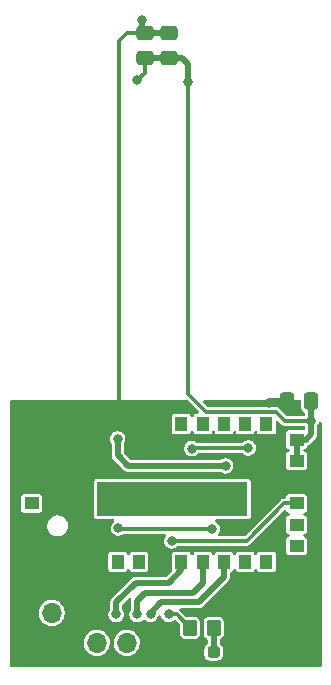
<source format=gtl>
G04 #@! TF.GenerationSoftware,KiCad,Pcbnew,6.0.10*
G04 #@! TF.CreationDate,2023-06-20T13:49:34-05:00*
G04 #@! TF.ProjectId,sensor_sigfox_2,73656e73-6f72-45f7-9369-67666f785f32,rev?*
G04 #@! TF.SameCoordinates,Original*
G04 #@! TF.FileFunction,Copper,L1,Top*
G04 #@! TF.FilePolarity,Positive*
%FSLAX46Y46*%
G04 Gerber Fmt 4.6, Leading zero omitted, Abs format (unit mm)*
G04 Created by KiCad (PCBNEW 6.0.10) date 2023-06-20 13:49:34*
%MOMM*%
%LPD*%
G01*
G04 APERTURE LIST*
G04 Aperture macros list*
%AMRoundRect*
0 Rectangle with rounded corners*
0 $1 Rounding radius*
0 $2 $3 $4 $5 $6 $7 $8 $9 X,Y pos of 4 corners*
0 Add a 4 corners polygon primitive as box body*
4,1,4,$2,$3,$4,$5,$6,$7,$8,$9,$2,$3,0*
0 Add four circle primitives for the rounded corners*
1,1,$1+$1,$2,$3*
1,1,$1+$1,$4,$5*
1,1,$1+$1,$6,$7*
1,1,$1+$1,$8,$9*
0 Add four rect primitives between the rounded corners*
20,1,$1+$1,$2,$3,$4,$5,0*
20,1,$1+$1,$4,$5,$6,$7,0*
20,1,$1+$1,$6,$7,$8,$9,0*
20,1,$1+$1,$8,$9,$2,$3,0*%
G04 Aperture macros list end*
G04 #@! TA.AperFunction,ComponentPad*
%ADD10R,1.700000X1.700000*%
G04 #@! TD*
G04 #@! TA.AperFunction,ComponentPad*
%ADD11O,1.700000X1.700000*%
G04 #@! TD*
G04 #@! TA.AperFunction,SMDPad,CuDef*
%ADD12RoundRect,0.250000X0.475000X-0.337500X0.475000X0.337500X-0.475000X0.337500X-0.475000X-0.337500X0*%
G04 #@! TD*
G04 #@! TA.AperFunction,SMDPad,CuDef*
%ADD13R,1.050000X1.250000*%
G04 #@! TD*
G04 #@! TA.AperFunction,SMDPad,CuDef*
%ADD14R,1.250000X1.050000*%
G04 #@! TD*
G04 #@! TA.AperFunction,SMDPad,CuDef*
%ADD15R,12.800000X2.880000*%
G04 #@! TD*
G04 #@! TA.AperFunction,SMDPad,CuDef*
%ADD16RoundRect,0.250000X0.337500X0.475000X-0.337500X0.475000X-0.337500X-0.475000X0.337500X-0.475000X0*%
G04 #@! TD*
G04 #@! TA.AperFunction,SMDPad,CuDef*
%ADD17RoundRect,0.237500X-0.287500X-0.237500X0.287500X-0.237500X0.287500X0.237500X-0.287500X0.237500X0*%
G04 #@! TD*
G04 #@! TA.AperFunction,SMDPad,CuDef*
%ADD18RoundRect,0.250000X-0.350000X-0.450000X0.350000X-0.450000X0.350000X0.450000X-0.350000X0.450000X0*%
G04 #@! TD*
G04 #@! TA.AperFunction,ViaPad*
%ADD19C,0.800000*%
G04 #@! TD*
G04 #@! TA.AperFunction,Conductor*
%ADD20C,0.300000*%
G04 #@! TD*
G04 #@! TA.AperFunction,Conductor*
%ADD21C,0.500000*%
G04 #@! TD*
G04 APERTURE END LIST*
D10*
X126746000Y-89662000D03*
D11*
X124206000Y-89662000D03*
X121666000Y-89662000D03*
D10*
X117856000Y-89662000D03*
D11*
X117856000Y-87122000D03*
D12*
X125730000Y-40132000D03*
X125730000Y-38057000D03*
X127762000Y-40132000D03*
X127762000Y-38057000D03*
D13*
X119844000Y-82804000D03*
X121644000Y-82804000D03*
X123444000Y-82804000D03*
X125244000Y-82804000D03*
X127044000Y-82804000D03*
X128844000Y-82804000D03*
X130644000Y-82804000D03*
X132444000Y-82804000D03*
X134244000Y-82804000D03*
X136044000Y-82804000D03*
D14*
X138590000Y-81448000D03*
X138590000Y-79648000D03*
X138590000Y-77848000D03*
X138590000Y-76048000D03*
X138590000Y-74248000D03*
X138590000Y-72448000D03*
D13*
X136044000Y-71132000D03*
X134244000Y-71132000D03*
X132444000Y-71132000D03*
X130644000Y-71132000D03*
X128844000Y-71132000D03*
X127044000Y-71132000D03*
X125244000Y-71132000D03*
X123444000Y-71132000D03*
X121644000Y-71132000D03*
X119844000Y-71132000D03*
X118044000Y-71132000D03*
D14*
X116158000Y-72448000D03*
X116158000Y-74248000D03*
X116158000Y-76048000D03*
X116158000Y-77848000D03*
X116158000Y-81448000D03*
D13*
X118044000Y-82804000D03*
D15*
X128071000Y-77495000D03*
D16*
X139827000Y-69215000D03*
X137752000Y-69215000D03*
D17*
X129822000Y-90424000D03*
X131572000Y-90424000D03*
D18*
X129572000Y-88392000D03*
X131572000Y-88392000D03*
D19*
X125730000Y-81026000D03*
X121412000Y-75184000D03*
X134620000Y-87630000D03*
X137160000Y-87630000D03*
X139700000Y-87630000D03*
X138430000Y-90170000D03*
X135890000Y-90170000D03*
X133350000Y-90170000D03*
X115570000Y-87630000D03*
X115570000Y-90170000D03*
X122428000Y-71374000D03*
X117729000Y-84328000D03*
X135636000Y-73152000D03*
X125476000Y-36957000D03*
X136271000Y-69342000D03*
X119253000Y-84328000D03*
X120142000Y-76327000D03*
X140208000Y-73533000D03*
X123571000Y-69850000D03*
X123507500Y-79946500D03*
X131445000Y-80010000D03*
X129727000Y-73212000D03*
X134493000Y-73152000D03*
X123444000Y-72390000D03*
X132588000Y-74676000D03*
X139827000Y-70866000D03*
X129413000Y-42164000D03*
X125095000Y-42037000D03*
X126238000Y-87249000D03*
X125095000Y-87249000D03*
X123317000Y-87249000D03*
X128016000Y-81026000D03*
X127762000Y-87249000D03*
D20*
X123571000Y-38735000D02*
X123571000Y-69850000D01*
D21*
X129822000Y-90424000D02*
X127508000Y-90424000D01*
X125730000Y-38057000D02*
X127762000Y-38057000D01*
D20*
X124249000Y-38057000D02*
X123571000Y-38735000D01*
D21*
X127508000Y-90424000D02*
X126746000Y-89662000D01*
X136398000Y-69215000D02*
X136271000Y-69342000D01*
X125476000Y-36957000D02*
X125476000Y-37803000D01*
X137752000Y-69215000D02*
X136398000Y-69215000D01*
D20*
X125730000Y-38057000D02*
X124249000Y-38057000D01*
D21*
X125476000Y-37803000D02*
X125730000Y-38057000D01*
D20*
X123571000Y-80010000D02*
X123507500Y-79946500D01*
X131445000Y-80010000D02*
X123571000Y-80010000D01*
X134493000Y-73152000D02*
X129787000Y-73152000D01*
X129787000Y-73152000D02*
X129727000Y-73212000D01*
D21*
X131572000Y-90424000D02*
X131572000Y-88392000D01*
X124333000Y-74676000D02*
X123444000Y-73787000D01*
X132588000Y-74676000D02*
X124333000Y-74676000D01*
X123444000Y-73787000D02*
X123444000Y-72390000D01*
D20*
X130937000Y-70104000D02*
X129413000Y-68580000D01*
X125730000Y-41402000D02*
X125095000Y-42037000D01*
D21*
X139827000Y-72009000D02*
X139827000Y-70866000D01*
X138590000Y-74248000D02*
X138590000Y-72448000D01*
D20*
X137628000Y-70866000D02*
X136866000Y-70104000D01*
D21*
X129413000Y-40640000D02*
X128905000Y-40132000D01*
D20*
X129413000Y-68580000D02*
X129413000Y-68072000D01*
X129413000Y-42164000D02*
X129413000Y-68072000D01*
D21*
X139388000Y-72448000D02*
X139827000Y-72009000D01*
D20*
X136866000Y-70104000D02*
X130937000Y-70104000D01*
X139827000Y-70866000D02*
X137628000Y-70866000D01*
D21*
X129413000Y-42164000D02*
X129413000Y-40640000D01*
X138590000Y-72448000D02*
X139388000Y-72448000D01*
D20*
X125730000Y-40132000D02*
X125730000Y-41402000D01*
D21*
X139827000Y-70866000D02*
X139827000Y-69215000D01*
X128905000Y-40132000D02*
X125730000Y-40132000D01*
X127127000Y-86233000D02*
X126238000Y-87122000D01*
X132444000Y-84091000D02*
X130302000Y-86233000D01*
X130302000Y-86233000D02*
X127127000Y-86233000D01*
X132444000Y-82804000D02*
X132444000Y-84091000D01*
X126238000Y-87122000D02*
X126238000Y-87249000D01*
X125095000Y-86106000D02*
X125095000Y-87249000D01*
X130644000Y-82804000D02*
X130644000Y-84621000D01*
X129794000Y-85471000D02*
X125730000Y-85471000D01*
X130644000Y-84621000D02*
X129794000Y-85471000D01*
X125730000Y-85471000D02*
X125095000Y-86106000D01*
X127762000Y-84582000D02*
X124968000Y-84582000D01*
X124968000Y-84582000D02*
X123317000Y-86233000D01*
X123317000Y-86233000D02*
X123317000Y-87249000D01*
X128844000Y-83500000D02*
X127762000Y-84582000D01*
X128844000Y-82804000D02*
X128844000Y-83500000D01*
D20*
X137544000Y-77848000D02*
X138590000Y-77848000D01*
X128016000Y-81026000D02*
X134366000Y-81026000D01*
X134366000Y-81026000D02*
X137544000Y-77848000D01*
X127762000Y-87249000D02*
X128429000Y-87249000D01*
X128429000Y-87249000D02*
X129572000Y-88392000D01*
G04 #@! TA.AperFunction,Conductor*
G36*
X129364881Y-69108002D02*
G01*
X129385851Y-69124901D01*
X130298358Y-70037408D01*
X130332382Y-70099718D01*
X130327318Y-70170533D01*
X130284771Y-70227369D01*
X130218251Y-70252180D01*
X130209262Y-70252501D01*
X130093934Y-70252501D01*
X130058182Y-70259612D01*
X130031874Y-70264844D01*
X130031872Y-70264845D01*
X130019699Y-70267266D01*
X130009379Y-70274161D01*
X130009378Y-70274162D01*
X129948985Y-70314516D01*
X129935516Y-70323516D01*
X129879266Y-70407699D01*
X129876845Y-70419871D01*
X129867578Y-70466458D01*
X129834670Y-70529367D01*
X129772975Y-70564499D01*
X129702080Y-70560699D01*
X129644494Y-70519173D01*
X129620420Y-70466455D01*
X129608734Y-70407699D01*
X129552484Y-70323516D01*
X129468301Y-70267266D01*
X129394067Y-70252500D01*
X128844089Y-70252500D01*
X128293934Y-70252501D01*
X128258182Y-70259612D01*
X128231874Y-70264844D01*
X128231872Y-70264845D01*
X128219699Y-70267266D01*
X128209379Y-70274161D01*
X128209378Y-70274162D01*
X128148985Y-70314516D01*
X128135516Y-70323516D01*
X128079266Y-70407699D01*
X128064500Y-70481933D01*
X128064501Y-71782066D01*
X128067579Y-71797542D01*
X128075203Y-71835872D01*
X128079266Y-71856301D01*
X128135516Y-71940484D01*
X128219699Y-71996734D01*
X128293933Y-72011500D01*
X128843911Y-72011500D01*
X129394066Y-72011499D01*
X129429818Y-72004388D01*
X129456126Y-71999156D01*
X129456128Y-71999155D01*
X129468301Y-71996734D01*
X129478621Y-71989839D01*
X129478622Y-71989838D01*
X129542168Y-71947377D01*
X129552484Y-71940484D01*
X129608734Y-71856301D01*
X129615715Y-71821203D01*
X129620422Y-71797542D01*
X129653330Y-71734633D01*
X129715025Y-71699501D01*
X129785920Y-71703301D01*
X129843506Y-71744827D01*
X129867579Y-71797542D01*
X129879266Y-71856301D01*
X129935516Y-71940484D01*
X130019699Y-71996734D01*
X130093933Y-72011500D01*
X130643911Y-72011500D01*
X131194066Y-72011499D01*
X131229818Y-72004388D01*
X131256126Y-71999156D01*
X131256128Y-71999155D01*
X131268301Y-71996734D01*
X131278621Y-71989839D01*
X131278622Y-71989838D01*
X131342168Y-71947377D01*
X131352484Y-71940484D01*
X131408734Y-71856301D01*
X131415715Y-71821203D01*
X131420422Y-71797542D01*
X131453330Y-71734633D01*
X131515025Y-71699501D01*
X131585920Y-71703301D01*
X131643506Y-71744827D01*
X131667579Y-71797542D01*
X131679266Y-71856301D01*
X131735516Y-71940484D01*
X131819699Y-71996734D01*
X131893933Y-72011500D01*
X132443911Y-72011500D01*
X132994066Y-72011499D01*
X133029818Y-72004388D01*
X133056126Y-71999156D01*
X133056128Y-71999155D01*
X133068301Y-71996734D01*
X133078621Y-71989839D01*
X133078622Y-71989838D01*
X133142168Y-71947377D01*
X133152484Y-71940484D01*
X133208734Y-71856301D01*
X133215715Y-71821203D01*
X133220422Y-71797542D01*
X133253330Y-71734633D01*
X133315025Y-71699501D01*
X133385920Y-71703301D01*
X133443506Y-71744827D01*
X133467579Y-71797542D01*
X133479266Y-71856301D01*
X133535516Y-71940484D01*
X133619699Y-71996734D01*
X133693933Y-72011500D01*
X134243911Y-72011500D01*
X134794066Y-72011499D01*
X134829818Y-72004388D01*
X134856126Y-71999156D01*
X134856128Y-71999155D01*
X134868301Y-71996734D01*
X134878621Y-71989839D01*
X134878622Y-71989838D01*
X134942168Y-71947377D01*
X134952484Y-71940484D01*
X135008734Y-71856301D01*
X135015715Y-71821203D01*
X135020422Y-71797542D01*
X135053330Y-71734633D01*
X135115025Y-71699501D01*
X135185920Y-71703301D01*
X135243506Y-71744827D01*
X135267579Y-71797542D01*
X135279266Y-71856301D01*
X135335516Y-71940484D01*
X135419699Y-71996734D01*
X135493933Y-72011500D01*
X136043911Y-72011500D01*
X136594066Y-72011499D01*
X136629818Y-72004388D01*
X136656126Y-71999156D01*
X136656128Y-71999155D01*
X136668301Y-71996734D01*
X136678621Y-71989839D01*
X136678622Y-71989838D01*
X136742168Y-71947377D01*
X136752484Y-71940484D01*
X136808734Y-71856301D01*
X136823500Y-71782067D01*
X136823499Y-70937739D01*
X136843501Y-70869619D01*
X136897157Y-70823126D01*
X136967431Y-70813022D01*
X137032011Y-70842515D01*
X137038594Y-70848644D01*
X137211733Y-71021782D01*
X137387277Y-71197326D01*
X137396108Y-71201826D01*
X137396110Y-71201827D01*
X137401780Y-71204716D01*
X137407160Y-71207457D01*
X137424013Y-71217784D01*
X137442071Y-71230905D01*
X137463295Y-71237801D01*
X137481561Y-71245366D01*
X137501445Y-71255498D01*
X137511238Y-71257049D01*
X137523487Y-71258989D01*
X137542713Y-71263605D01*
X137554500Y-71267435D01*
X137554502Y-71267435D01*
X137563934Y-71270500D01*
X139196500Y-71270500D01*
X139264621Y-71290502D01*
X139311114Y-71344158D01*
X139322500Y-71396500D01*
X139322500Y-71542500D01*
X139302498Y-71610621D01*
X139248842Y-71657114D01*
X139196500Y-71668500D01*
X138101654Y-71668501D01*
X137939934Y-71668501D01*
X137904182Y-71675612D01*
X137877874Y-71680844D01*
X137877872Y-71680845D01*
X137865699Y-71683266D01*
X137855379Y-71690161D01*
X137855378Y-71690162D01*
X137841402Y-71699501D01*
X137781516Y-71739516D01*
X137725266Y-71823699D01*
X137710500Y-71897933D01*
X137710501Y-72998066D01*
X137725266Y-73072301D01*
X137781516Y-73156484D01*
X137865699Y-73212734D01*
X137900797Y-73219715D01*
X137924458Y-73224422D01*
X137987367Y-73257330D01*
X138022499Y-73319025D01*
X138018699Y-73389920D01*
X137977173Y-73447506D01*
X137924456Y-73471579D01*
X137865699Y-73483266D01*
X137855379Y-73490161D01*
X137855378Y-73490162D01*
X137834392Y-73504185D01*
X137781516Y-73539516D01*
X137725266Y-73623699D01*
X137710500Y-73697933D01*
X137710501Y-74798066D01*
X137725266Y-74872301D01*
X137781516Y-74956484D01*
X137865699Y-75012734D01*
X137939933Y-75027500D01*
X138589894Y-75027500D01*
X139240066Y-75027499D01*
X139275818Y-75020388D01*
X139302126Y-75015156D01*
X139302128Y-75015155D01*
X139314301Y-75012734D01*
X139324621Y-75005839D01*
X139324622Y-75005838D01*
X139388168Y-74963377D01*
X139398484Y-74956484D01*
X139454734Y-74872301D01*
X139469500Y-74798067D01*
X139469499Y-73697934D01*
X139454734Y-73623699D01*
X139444895Y-73608973D01*
X139405377Y-73549832D01*
X139398484Y-73539516D01*
X139314301Y-73483266D01*
X139276757Y-73475798D01*
X139255542Y-73471578D01*
X139192633Y-73438670D01*
X139157501Y-73376975D01*
X139161301Y-73306080D01*
X139202827Y-73248494D01*
X139255544Y-73224421D01*
X139314301Y-73212734D01*
X139324621Y-73205839D01*
X139324622Y-73205838D01*
X139388168Y-73163377D01*
X139398484Y-73156484D01*
X139454734Y-73072301D01*
X139464085Y-73025291D01*
X139496993Y-72962381D01*
X139535512Y-72935173D01*
X139573772Y-72917778D01*
X139583128Y-72913970D01*
X139618837Y-72901078D01*
X139618840Y-72901076D01*
X139627284Y-72898028D01*
X139634533Y-72892732D01*
X139637490Y-72891160D01*
X139651614Y-72882907D01*
X139654437Y-72881102D01*
X139662605Y-72877388D01*
X139669402Y-72871531D01*
X139669404Y-72871530D01*
X139690155Y-72853649D01*
X139698158Y-72846753D01*
X139706064Y-72840475D01*
X139716944Y-72832527D01*
X139727806Y-72821665D01*
X139734653Y-72815307D01*
X139765282Y-72788915D01*
X139772082Y-72783056D01*
X139776966Y-72775521D01*
X139782699Y-72768949D01*
X139791926Y-72757545D01*
X140133794Y-72415677D01*
X140143234Y-72408135D01*
X140142911Y-72407755D01*
X140149747Y-72401937D01*
X140157339Y-72397147D01*
X140192672Y-72357140D01*
X140198017Y-72351454D01*
X140209351Y-72340120D01*
X140212038Y-72336534D01*
X140212043Y-72336529D01*
X140215557Y-72331841D01*
X140221938Y-72324003D01*
X140247058Y-72295559D01*
X140253001Y-72288830D01*
X140256816Y-72280705D01*
X140258669Y-72277884D01*
X140267077Y-72263888D01*
X140268686Y-72260950D01*
X140274071Y-72253764D01*
X140279129Y-72240273D01*
X140290544Y-72209822D01*
X140294471Y-72200501D01*
X140310602Y-72166144D01*
X140310602Y-72166143D01*
X140314417Y-72158018D01*
X140315798Y-72149147D01*
X140316783Y-72145925D01*
X140320923Y-72130142D01*
X140321645Y-72126858D01*
X140324798Y-72118448D01*
X140328276Y-72071643D01*
X140329430Y-72061595D01*
X140330751Y-72053114D01*
X140330751Y-72053113D01*
X140331500Y-72048303D01*
X140331500Y-72032934D01*
X140331847Y-72023596D01*
X140334843Y-71983284D01*
X140334843Y-71983283D01*
X140335508Y-71974333D01*
X140333635Y-71965558D01*
X140333043Y-71956874D01*
X140331500Y-71942258D01*
X140331500Y-71326144D01*
X140355176Y-71252620D01*
X140404755Y-71183624D01*
X140463842Y-71036641D01*
X140465257Y-71026699D01*
X140465995Y-71025076D01*
X140466878Y-71021782D01*
X140467427Y-71021929D01*
X140494657Y-70962076D01*
X140554328Y-70923606D01*
X140625324Y-70923504D01*
X140685106Y-70961802D01*
X140714692Y-71026340D01*
X140716000Y-71044451D01*
X140716000Y-91567500D01*
X140695998Y-91635621D01*
X140642342Y-91682114D01*
X140590000Y-91693500D01*
X114426000Y-91693500D01*
X114357879Y-91673498D01*
X114311386Y-91619842D01*
X114300000Y-91567500D01*
X114300000Y-89632964D01*
X120557148Y-89632964D01*
X120570424Y-89835522D01*
X120571845Y-89841118D01*
X120571846Y-89841123D01*
X120601074Y-89956205D01*
X120620392Y-90032269D01*
X120622809Y-90037512D01*
X120660010Y-90118208D01*
X120705377Y-90216616D01*
X120822533Y-90382389D01*
X120967938Y-90524035D01*
X121136720Y-90636812D01*
X121142023Y-90639090D01*
X121142026Y-90639092D01*
X121317921Y-90714662D01*
X121323228Y-90716942D01*
X121396244Y-90733464D01*
X121515579Y-90760467D01*
X121515584Y-90760468D01*
X121521216Y-90761742D01*
X121526987Y-90761969D01*
X121526989Y-90761969D01*
X121586756Y-90764317D01*
X121724053Y-90769712D01*
X121824499Y-90755148D01*
X121919231Y-90741413D01*
X121919236Y-90741412D01*
X121924945Y-90740584D01*
X121930409Y-90738729D01*
X121930414Y-90738728D01*
X122111693Y-90677192D01*
X122111698Y-90677190D01*
X122117165Y-90675334D01*
X122294276Y-90576147D01*
X122356934Y-90524035D01*
X122445913Y-90450031D01*
X122450345Y-90446345D01*
X122580147Y-90290276D01*
X122679334Y-90113165D01*
X122681190Y-90107698D01*
X122681192Y-90107693D01*
X122742728Y-89926414D01*
X122742729Y-89926409D01*
X122744584Y-89920945D01*
X122745412Y-89915236D01*
X122745413Y-89915231D01*
X122773179Y-89723727D01*
X122773712Y-89720053D01*
X122775232Y-89662000D01*
X122772564Y-89632964D01*
X123097148Y-89632964D01*
X123110424Y-89835522D01*
X123111845Y-89841118D01*
X123111846Y-89841123D01*
X123141074Y-89956205D01*
X123160392Y-90032269D01*
X123162809Y-90037512D01*
X123200010Y-90118208D01*
X123245377Y-90216616D01*
X123362533Y-90382389D01*
X123507938Y-90524035D01*
X123676720Y-90636812D01*
X123682023Y-90639090D01*
X123682026Y-90639092D01*
X123857921Y-90714662D01*
X123863228Y-90716942D01*
X123936244Y-90733464D01*
X124055579Y-90760467D01*
X124055584Y-90760468D01*
X124061216Y-90761742D01*
X124066987Y-90761969D01*
X124066989Y-90761969D01*
X124126756Y-90764317D01*
X124264053Y-90769712D01*
X124364499Y-90755148D01*
X124459231Y-90741413D01*
X124459236Y-90741412D01*
X124464945Y-90740584D01*
X124470409Y-90738729D01*
X124470414Y-90738728D01*
X124651693Y-90677192D01*
X124651698Y-90677190D01*
X124657165Y-90675334D01*
X124834276Y-90576147D01*
X124896934Y-90524035D01*
X124985913Y-90450031D01*
X124990345Y-90446345D01*
X125120147Y-90290276D01*
X125219334Y-90113165D01*
X125221190Y-90107698D01*
X125221192Y-90107693D01*
X125282728Y-89926414D01*
X125282729Y-89926409D01*
X125284584Y-89920945D01*
X125285412Y-89915236D01*
X125285413Y-89915231D01*
X125313179Y-89723727D01*
X125313712Y-89720053D01*
X125315232Y-89662000D01*
X125296658Y-89459859D01*
X125295090Y-89454299D01*
X125243125Y-89270046D01*
X125243124Y-89270044D01*
X125241557Y-89264487D01*
X125230978Y-89243033D01*
X125154331Y-89087609D01*
X125151776Y-89082428D01*
X125030320Y-88919779D01*
X124881258Y-88781987D01*
X124876375Y-88778906D01*
X124876371Y-88778903D01*
X124714464Y-88676748D01*
X124709581Y-88673667D01*
X124521039Y-88598446D01*
X124515379Y-88597320D01*
X124515375Y-88597319D01*
X124327613Y-88559971D01*
X124327610Y-88559971D01*
X124321946Y-88558844D01*
X124316171Y-88558768D01*
X124316167Y-88558768D01*
X124214793Y-88557441D01*
X124118971Y-88556187D01*
X124113274Y-88557166D01*
X124113273Y-88557166D01*
X123924607Y-88589585D01*
X123918910Y-88590564D01*
X123728463Y-88660824D01*
X123554010Y-88764612D01*
X123549670Y-88768418D01*
X123549666Y-88768421D01*
X123529723Y-88785911D01*
X123401392Y-88898455D01*
X123275720Y-89057869D01*
X123273031Y-89062980D01*
X123273029Y-89062983D01*
X123260517Y-89086764D01*
X123181203Y-89237515D01*
X123121007Y-89431378D01*
X123097148Y-89632964D01*
X122772564Y-89632964D01*
X122756658Y-89459859D01*
X122755090Y-89454299D01*
X122703125Y-89270046D01*
X122703124Y-89270044D01*
X122701557Y-89264487D01*
X122690978Y-89243033D01*
X122614331Y-89087609D01*
X122611776Y-89082428D01*
X122490320Y-88919779D01*
X122341258Y-88781987D01*
X122336375Y-88778906D01*
X122336371Y-88778903D01*
X122174464Y-88676748D01*
X122169581Y-88673667D01*
X121981039Y-88598446D01*
X121975379Y-88597320D01*
X121975375Y-88597319D01*
X121787613Y-88559971D01*
X121787610Y-88559971D01*
X121781946Y-88558844D01*
X121776171Y-88558768D01*
X121776167Y-88558768D01*
X121674793Y-88557441D01*
X121578971Y-88556187D01*
X121573274Y-88557166D01*
X121573273Y-88557166D01*
X121384607Y-88589585D01*
X121378910Y-88590564D01*
X121188463Y-88660824D01*
X121014010Y-88764612D01*
X121009670Y-88768418D01*
X121009666Y-88768421D01*
X120989723Y-88785911D01*
X120861392Y-88898455D01*
X120735720Y-89057869D01*
X120733031Y-89062980D01*
X120733029Y-89062983D01*
X120720517Y-89086764D01*
X120641203Y-89237515D01*
X120581007Y-89431378D01*
X120557148Y-89632964D01*
X114300000Y-89632964D01*
X114300000Y-87092964D01*
X116747148Y-87092964D01*
X116760424Y-87295522D01*
X116761845Y-87301118D01*
X116761846Y-87301123D01*
X116793738Y-87426695D01*
X116810392Y-87492269D01*
X116812809Y-87497512D01*
X116847953Y-87573745D01*
X116895377Y-87676616D01*
X116911856Y-87699933D01*
X117000355Y-87825157D01*
X117012533Y-87842389D01*
X117016675Y-87846424D01*
X117032673Y-87862008D01*
X117157938Y-87984035D01*
X117326720Y-88096812D01*
X117332023Y-88099090D01*
X117332026Y-88099092D01*
X117420707Y-88137192D01*
X117513228Y-88176942D01*
X117586244Y-88193464D01*
X117705579Y-88220467D01*
X117705584Y-88220468D01*
X117711216Y-88221742D01*
X117716987Y-88221969D01*
X117716989Y-88221969D01*
X117776756Y-88224317D01*
X117914053Y-88229712D01*
X118014499Y-88215148D01*
X118109231Y-88201413D01*
X118109236Y-88201412D01*
X118114945Y-88200584D01*
X118120409Y-88198729D01*
X118120414Y-88198728D01*
X118301693Y-88137192D01*
X118301698Y-88137190D01*
X118307165Y-88135334D01*
X118484276Y-88036147D01*
X118546934Y-87984035D01*
X118635913Y-87910031D01*
X118640345Y-87906345D01*
X118697463Y-87837669D01*
X118766453Y-87754718D01*
X118766455Y-87754715D01*
X118770147Y-87750276D01*
X118829845Y-87643677D01*
X118866510Y-87578208D01*
X118866511Y-87578206D01*
X118869334Y-87573165D01*
X118871190Y-87567698D01*
X118871192Y-87567693D01*
X118932728Y-87386414D01*
X118932729Y-87386409D01*
X118934584Y-87380945D01*
X118935412Y-87375236D01*
X118935413Y-87375231D01*
X118954716Y-87242096D01*
X122657729Y-87242096D01*
X122664246Y-87301123D01*
X122673059Y-87380945D01*
X122675113Y-87399553D01*
X122677723Y-87406684D01*
X122677723Y-87406686D01*
X122711985Y-87500311D01*
X122729553Y-87548319D01*
X122733789Y-87554622D01*
X122733789Y-87554623D01*
X122812241Y-87671371D01*
X122817908Y-87679805D01*
X122823527Y-87684918D01*
X122823528Y-87684919D01*
X122889811Y-87745231D01*
X122935076Y-87786419D01*
X123074293Y-87862008D01*
X123227522Y-87902207D01*
X123311477Y-87903526D01*
X123378319Y-87904576D01*
X123378322Y-87904576D01*
X123385916Y-87904695D01*
X123540332Y-87869329D01*
X123628159Y-87825157D01*
X123675072Y-87801563D01*
X123675075Y-87801561D01*
X123681855Y-87798151D01*
X123687626Y-87793222D01*
X123687629Y-87793220D01*
X123796536Y-87700204D01*
X123796536Y-87700203D01*
X123802314Y-87695269D01*
X123894755Y-87566624D01*
X123953842Y-87419641D01*
X123976162Y-87262807D01*
X123976307Y-87249000D01*
X123957276Y-87091733D01*
X123901280Y-86943546D01*
X123865426Y-86891378D01*
X123843660Y-86859708D01*
X123821500Y-86788341D01*
X123821500Y-86494161D01*
X123841502Y-86426040D01*
X123858405Y-86405066D01*
X124387274Y-85876197D01*
X124449586Y-85842171D01*
X124520401Y-85847236D01*
X124577237Y-85889783D01*
X124602048Y-85956303D01*
X124599586Y-85990194D01*
X124597202Y-85996552D01*
X124595670Y-86017166D01*
X124593724Y-86043357D01*
X124592570Y-86053404D01*
X124591452Y-86060586D01*
X124590500Y-86066697D01*
X124590500Y-86082062D01*
X124590154Y-86091399D01*
X124586493Y-86140667D01*
X124588366Y-86149442D01*
X124588959Y-86158138D01*
X124590500Y-86172738D01*
X124590500Y-86788676D01*
X124567587Y-86861126D01*
X124513950Y-86937444D01*
X124456406Y-87085037D01*
X124435729Y-87242096D01*
X124442246Y-87301123D01*
X124451059Y-87380945D01*
X124453113Y-87399553D01*
X124455723Y-87406684D01*
X124455723Y-87406686D01*
X124489985Y-87500311D01*
X124507553Y-87548319D01*
X124511789Y-87554622D01*
X124511789Y-87554623D01*
X124590241Y-87671371D01*
X124595908Y-87679805D01*
X124601527Y-87684918D01*
X124601528Y-87684919D01*
X124667811Y-87745231D01*
X124713076Y-87786419D01*
X124852293Y-87862008D01*
X125005522Y-87902207D01*
X125089477Y-87903526D01*
X125156319Y-87904576D01*
X125156322Y-87904576D01*
X125163916Y-87904695D01*
X125318332Y-87869329D01*
X125406159Y-87825157D01*
X125453072Y-87801563D01*
X125453075Y-87801561D01*
X125459855Y-87798151D01*
X125465626Y-87793222D01*
X125465629Y-87793220D01*
X125574536Y-87700204D01*
X125574536Y-87700203D01*
X125580314Y-87695269D01*
X125581068Y-87696152D01*
X125635617Y-87663327D01*
X125706583Y-87665420D01*
X125752335Y-87692023D01*
X125816355Y-87750276D01*
X125856076Y-87786419D01*
X125995293Y-87862008D01*
X126148522Y-87902207D01*
X126232477Y-87903526D01*
X126299319Y-87904576D01*
X126299322Y-87904576D01*
X126306916Y-87904695D01*
X126461332Y-87869329D01*
X126549159Y-87825157D01*
X126596072Y-87801563D01*
X126596075Y-87801561D01*
X126602855Y-87798151D01*
X126608626Y-87793222D01*
X126608629Y-87793220D01*
X126717536Y-87700204D01*
X126717536Y-87700203D01*
X126723314Y-87695269D01*
X126815755Y-87566624D01*
X126874842Y-87419641D01*
X126875913Y-87412114D01*
X126877878Y-87404782D01*
X126880516Y-87405489D01*
X126904592Y-87352572D01*
X126964263Y-87314103D01*
X127035260Y-87314003D01*
X127095040Y-87352302D01*
X127119356Y-87399830D01*
X127120113Y-87399553D01*
X127122027Y-87404782D01*
X127122723Y-87406685D01*
X127153863Y-87491779D01*
X127174553Y-87548319D01*
X127178789Y-87554622D01*
X127178789Y-87554623D01*
X127257241Y-87671371D01*
X127262908Y-87679805D01*
X127268527Y-87684918D01*
X127268528Y-87684919D01*
X127334811Y-87745231D01*
X127380076Y-87786419D01*
X127519293Y-87862008D01*
X127672522Y-87902207D01*
X127756477Y-87903526D01*
X127823319Y-87904576D01*
X127823322Y-87904576D01*
X127830916Y-87904695D01*
X127985332Y-87869329D01*
X128073159Y-87825157D01*
X128120072Y-87801563D01*
X128120075Y-87801561D01*
X128126855Y-87798151D01*
X128132628Y-87793220D01*
X128132633Y-87793217D01*
X128188901Y-87745160D01*
X128253691Y-87716129D01*
X128323891Y-87726734D01*
X128359826Y-87751876D01*
X128680595Y-88072645D01*
X128714621Y-88134957D01*
X128717500Y-88161740D01*
X128717500Y-88889756D01*
X128724202Y-88951448D01*
X128774929Y-89086764D01*
X128780309Y-89093943D01*
X128780311Y-89093946D01*
X128846287Y-89181977D01*
X128861596Y-89202404D01*
X128868776Y-89207785D01*
X128970054Y-89283689D01*
X128970057Y-89283691D01*
X128977236Y-89289071D01*
X129066954Y-89322704D01*
X129105157Y-89337026D01*
X129105159Y-89337026D01*
X129112552Y-89339798D01*
X129120402Y-89340651D01*
X129120403Y-89340651D01*
X129170847Y-89346131D01*
X129174244Y-89346500D01*
X129969756Y-89346500D01*
X129973153Y-89346131D01*
X130023597Y-89340651D01*
X130023598Y-89340651D01*
X130031448Y-89339798D01*
X130038841Y-89337026D01*
X130038843Y-89337026D01*
X130077046Y-89322704D01*
X130166764Y-89289071D01*
X130173943Y-89283691D01*
X130173946Y-89283689D01*
X130275224Y-89207785D01*
X130282404Y-89202404D01*
X130297713Y-89181977D01*
X130363689Y-89093946D01*
X130363691Y-89093943D01*
X130369071Y-89086764D01*
X130419798Y-88951448D01*
X130426500Y-88889756D01*
X130717500Y-88889756D01*
X130724202Y-88951448D01*
X130774929Y-89086764D01*
X130780309Y-89093943D01*
X130780311Y-89093946D01*
X130846287Y-89181977D01*
X130861596Y-89202404D01*
X130868776Y-89207785D01*
X130970054Y-89283689D01*
X130970057Y-89283691D01*
X130977236Y-89289071D01*
X130985638Y-89292221D01*
X130985642Y-89292223D01*
X130985731Y-89292256D01*
X130985806Y-89292313D01*
X130993515Y-89296533D01*
X130992906Y-89297646D01*
X131042495Y-89334898D01*
X131067194Y-89401460D01*
X131067500Y-89410237D01*
X131067500Y-89671217D01*
X131047498Y-89739338D01*
X131017064Y-89772044D01*
X130933026Y-89835026D01*
X130848507Y-89947801D01*
X130799036Y-90079764D01*
X130792500Y-90139930D01*
X130792500Y-90708070D01*
X130799036Y-90768236D01*
X130848507Y-90900199D01*
X130933026Y-91012974D01*
X131045801Y-91097493D01*
X131054202Y-91100643D01*
X131054205Y-91100644D01*
X131132613Y-91130037D01*
X131177764Y-91146964D01*
X131237930Y-91153500D01*
X131906070Y-91153500D01*
X131966236Y-91146964D01*
X132011387Y-91130037D01*
X132089795Y-91100644D01*
X132089798Y-91100643D01*
X132098199Y-91097493D01*
X132210974Y-91012974D01*
X132295493Y-90900199D01*
X132344964Y-90768236D01*
X132351500Y-90708070D01*
X132351500Y-90139930D01*
X132344964Y-90079764D01*
X132295493Y-89947801D01*
X132210974Y-89835026D01*
X132126936Y-89772044D01*
X132084420Y-89715185D01*
X132076500Y-89671217D01*
X132076500Y-89410237D01*
X132096502Y-89342116D01*
X132150158Y-89295623D01*
X132158269Y-89292256D01*
X132158358Y-89292223D01*
X132158362Y-89292221D01*
X132166764Y-89289071D01*
X132173943Y-89283691D01*
X132173946Y-89283689D01*
X132275224Y-89207785D01*
X132282404Y-89202404D01*
X132297713Y-89181977D01*
X132363689Y-89093946D01*
X132363691Y-89093943D01*
X132369071Y-89086764D01*
X132419798Y-88951448D01*
X132426500Y-88889756D01*
X132426500Y-87894244D01*
X132426131Y-87890847D01*
X132420651Y-87840403D01*
X132420651Y-87840402D01*
X132419798Y-87832552D01*
X132369071Y-87697236D01*
X132363691Y-87690057D01*
X132363689Y-87690054D01*
X132287785Y-87588776D01*
X132282404Y-87581596D01*
X132246414Y-87554623D01*
X132173946Y-87500311D01*
X132173943Y-87500309D01*
X132166764Y-87494929D01*
X132077046Y-87461296D01*
X132038843Y-87446974D01*
X132038841Y-87446974D01*
X132031448Y-87444202D01*
X132023598Y-87443349D01*
X132023597Y-87443349D01*
X131973153Y-87437869D01*
X131973152Y-87437869D01*
X131969756Y-87437500D01*
X131174244Y-87437500D01*
X131170848Y-87437869D01*
X131170847Y-87437869D01*
X131120403Y-87443349D01*
X131120402Y-87443349D01*
X131112552Y-87444202D01*
X131105159Y-87446974D01*
X131105157Y-87446974D01*
X131066954Y-87461296D01*
X130977236Y-87494929D01*
X130970057Y-87500309D01*
X130970054Y-87500311D01*
X130897586Y-87554623D01*
X130861596Y-87581596D01*
X130856215Y-87588776D01*
X130780311Y-87690054D01*
X130780309Y-87690057D01*
X130774929Y-87697236D01*
X130724202Y-87832552D01*
X130723349Y-87840402D01*
X130723349Y-87840403D01*
X130717869Y-87890847D01*
X130717500Y-87894244D01*
X130717500Y-88889756D01*
X130426500Y-88889756D01*
X130426500Y-87894244D01*
X130426131Y-87890847D01*
X130420651Y-87840403D01*
X130420651Y-87840402D01*
X130419798Y-87832552D01*
X130369071Y-87697236D01*
X130363691Y-87690057D01*
X130363689Y-87690054D01*
X130287785Y-87588776D01*
X130282404Y-87581596D01*
X130246414Y-87554623D01*
X130173946Y-87500311D01*
X130173943Y-87500309D01*
X130166764Y-87494929D01*
X130077046Y-87461296D01*
X130038843Y-87446974D01*
X130038841Y-87446974D01*
X130031448Y-87444202D01*
X130023598Y-87443349D01*
X130023597Y-87443349D01*
X129973153Y-87437869D01*
X129973152Y-87437869D01*
X129969756Y-87437500D01*
X129241740Y-87437500D01*
X129173619Y-87417498D01*
X129152645Y-87400595D01*
X128704645Y-86952595D01*
X128670619Y-86890283D01*
X128675684Y-86819468D01*
X128718231Y-86762632D01*
X128784751Y-86737821D01*
X128793740Y-86737500D01*
X130231376Y-86737500D01*
X130243381Y-86738841D01*
X130243421Y-86738345D01*
X130252368Y-86739065D01*
X130261124Y-86741046D01*
X130314382Y-86737742D01*
X130322184Y-86737500D01*
X130338226Y-86737500D01*
X130342657Y-86736865D01*
X130342662Y-86736865D01*
X130346687Y-86736288D01*
X130348457Y-86736035D01*
X130358514Y-86735004D01*
X130380976Y-86733611D01*
X130396400Y-86732654D01*
X130396402Y-86732654D01*
X130405359Y-86732098D01*
X130413799Y-86729051D01*
X130417089Y-86728370D01*
X130432938Y-86724418D01*
X130436168Y-86723473D01*
X130445052Y-86722201D01*
X130487763Y-86702782D01*
X130497128Y-86698970D01*
X130532837Y-86686078D01*
X130532840Y-86686076D01*
X130541284Y-86683028D01*
X130548533Y-86677732D01*
X130551490Y-86676160D01*
X130565614Y-86667907D01*
X130568437Y-86666102D01*
X130576605Y-86662388D01*
X130583402Y-86656531D01*
X130583404Y-86656530D01*
X130612153Y-86631757D01*
X130620064Y-86625475D01*
X130630944Y-86617527D01*
X130641806Y-86606665D01*
X130648653Y-86600307D01*
X130679282Y-86573915D01*
X130686082Y-86568056D01*
X130690966Y-86560521D01*
X130696699Y-86553949D01*
X130705926Y-86542545D01*
X132750794Y-84497677D01*
X132760234Y-84490135D01*
X132759911Y-84489755D01*
X132766747Y-84483937D01*
X132774339Y-84479147D01*
X132809672Y-84439140D01*
X132815017Y-84433454D01*
X132826351Y-84422120D01*
X132829038Y-84418534D01*
X132829043Y-84418529D01*
X132832557Y-84413841D01*
X132838938Y-84406003D01*
X132864060Y-84377557D01*
X132870001Y-84370830D01*
X132873815Y-84362707D01*
X132875661Y-84359896D01*
X132884072Y-84345897D01*
X132885686Y-84342948D01*
X132891070Y-84335765D01*
X132907542Y-84291826D01*
X132911469Y-84282506D01*
X132927602Y-84248144D01*
X132927602Y-84248143D01*
X132931417Y-84240018D01*
X132932798Y-84231147D01*
X132933783Y-84227925D01*
X132937920Y-84212154D01*
X132938644Y-84208860D01*
X132941798Y-84200448D01*
X132945276Y-84153650D01*
X132946426Y-84143626D01*
X132948500Y-84130303D01*
X132948500Y-84114938D01*
X132948846Y-84105601D01*
X132951842Y-84065282D01*
X132952507Y-84056334D01*
X132950634Y-84047559D01*
X132950041Y-84038863D01*
X132948500Y-84024263D01*
X132948500Y-83795969D01*
X132968502Y-83727848D01*
X133022158Y-83681355D01*
X133049919Y-83672390D01*
X133068301Y-83668734D01*
X133078621Y-83661839D01*
X133078622Y-83661838D01*
X133142168Y-83619377D01*
X133152484Y-83612484D01*
X133208734Y-83528301D01*
X133220422Y-83469542D01*
X133253330Y-83406633D01*
X133315025Y-83371501D01*
X133385920Y-83375301D01*
X133443506Y-83416827D01*
X133467579Y-83469542D01*
X133479266Y-83528301D01*
X133486161Y-83538620D01*
X133486162Y-83538622D01*
X133523884Y-83595075D01*
X133535516Y-83612484D01*
X133619699Y-83668734D01*
X133693933Y-83683500D01*
X134243911Y-83683500D01*
X134794066Y-83683499D01*
X134829818Y-83676388D01*
X134856126Y-83671156D01*
X134856128Y-83671155D01*
X134868301Y-83668734D01*
X134878621Y-83661839D01*
X134878622Y-83661838D01*
X134942168Y-83619377D01*
X134952484Y-83612484D01*
X135008734Y-83528301D01*
X135020422Y-83469542D01*
X135053330Y-83406633D01*
X135115025Y-83371501D01*
X135185920Y-83375301D01*
X135243506Y-83416827D01*
X135267579Y-83469542D01*
X135279266Y-83528301D01*
X135286161Y-83538620D01*
X135286162Y-83538622D01*
X135323884Y-83595075D01*
X135335516Y-83612484D01*
X135419699Y-83668734D01*
X135493933Y-83683500D01*
X136043911Y-83683500D01*
X136594066Y-83683499D01*
X136629818Y-83676388D01*
X136656126Y-83671156D01*
X136656128Y-83671155D01*
X136668301Y-83668734D01*
X136678621Y-83661839D01*
X136678622Y-83661838D01*
X136742168Y-83619377D01*
X136752484Y-83612484D01*
X136808734Y-83528301D01*
X136823500Y-83454067D01*
X136823499Y-82153934D01*
X136808734Y-82079699D01*
X136752484Y-81995516D01*
X136668301Y-81939266D01*
X136594067Y-81924500D01*
X136044089Y-81924500D01*
X135493934Y-81924501D01*
X135458182Y-81931612D01*
X135431874Y-81936844D01*
X135431872Y-81936845D01*
X135419699Y-81939266D01*
X135409379Y-81946161D01*
X135409378Y-81946162D01*
X135348985Y-81986516D01*
X135335516Y-81995516D01*
X135279266Y-82079699D01*
X135276845Y-82091871D01*
X135267578Y-82138458D01*
X135234670Y-82201367D01*
X135172975Y-82236499D01*
X135102080Y-82232699D01*
X135044494Y-82191173D01*
X135020420Y-82138455D01*
X135008734Y-82079699D01*
X134952484Y-81995516D01*
X134868301Y-81939266D01*
X134794067Y-81924500D01*
X134244089Y-81924500D01*
X133693934Y-81924501D01*
X133658182Y-81931612D01*
X133631874Y-81936844D01*
X133631872Y-81936845D01*
X133619699Y-81939266D01*
X133609379Y-81946161D01*
X133609378Y-81946162D01*
X133548985Y-81986516D01*
X133535516Y-81995516D01*
X133479266Y-82079699D01*
X133476845Y-82091871D01*
X133467578Y-82138458D01*
X133434670Y-82201367D01*
X133372975Y-82236499D01*
X133302080Y-82232699D01*
X133244494Y-82191173D01*
X133220420Y-82138455D01*
X133208734Y-82079699D01*
X133152484Y-81995516D01*
X133068301Y-81939266D01*
X132994067Y-81924500D01*
X132444089Y-81924500D01*
X131893934Y-81924501D01*
X131858182Y-81931612D01*
X131831874Y-81936844D01*
X131831872Y-81936845D01*
X131819699Y-81939266D01*
X131809379Y-81946161D01*
X131809378Y-81946162D01*
X131748985Y-81986516D01*
X131735516Y-81995516D01*
X131679266Y-82079699D01*
X131676845Y-82091871D01*
X131667578Y-82138458D01*
X131634670Y-82201367D01*
X131572975Y-82236499D01*
X131502080Y-82232699D01*
X131444494Y-82191173D01*
X131420420Y-82138455D01*
X131408734Y-82079699D01*
X131352484Y-81995516D01*
X131268301Y-81939266D01*
X131194067Y-81924500D01*
X130644089Y-81924500D01*
X130093934Y-81924501D01*
X130058182Y-81931612D01*
X130031874Y-81936844D01*
X130031872Y-81936845D01*
X130019699Y-81939266D01*
X130009379Y-81946161D01*
X130009378Y-81946162D01*
X129948985Y-81986516D01*
X129935516Y-81995516D01*
X129879266Y-82079699D01*
X129876845Y-82091871D01*
X129867578Y-82138458D01*
X129834670Y-82201367D01*
X129772975Y-82236499D01*
X129702080Y-82232699D01*
X129644494Y-82191173D01*
X129620420Y-82138455D01*
X129608734Y-82079699D01*
X129552484Y-81995516D01*
X129468301Y-81939266D01*
X129394067Y-81924500D01*
X128844089Y-81924500D01*
X128293934Y-81924501D01*
X128258182Y-81931612D01*
X128231874Y-81936844D01*
X128231872Y-81936845D01*
X128219699Y-81939266D01*
X128209379Y-81946161D01*
X128209378Y-81946162D01*
X128148985Y-81986516D01*
X128135516Y-81995516D01*
X128079266Y-82079699D01*
X128064500Y-82153933D01*
X128064501Y-83454066D01*
X128065708Y-83460134D01*
X128065708Y-83460135D01*
X128069938Y-83481400D01*
X128063609Y-83552114D01*
X128035454Y-83595075D01*
X127589934Y-84040595D01*
X127527622Y-84074621D01*
X127500839Y-84077500D01*
X125038630Y-84077500D01*
X125026622Y-84076158D01*
X125026582Y-84076654D01*
X125017631Y-84075934D01*
X125008877Y-84073953D01*
X124978430Y-84075842D01*
X124955607Y-84077258D01*
X124947805Y-84077500D01*
X124931774Y-84077500D01*
X124921541Y-84078965D01*
X124911489Y-84079995D01*
X124882085Y-84081820D01*
X124873601Y-84082346D01*
X124873600Y-84082346D01*
X124864642Y-84082902D01*
X124856199Y-84085950D01*
X124852920Y-84086629D01*
X124837055Y-84090584D01*
X124833831Y-84091527D01*
X124824948Y-84092799D01*
X124816779Y-84096513D01*
X124816773Y-84096515D01*
X124782221Y-84112225D01*
X124772853Y-84116039D01*
X124728716Y-84131972D01*
X124721466Y-84137269D01*
X124718499Y-84138846D01*
X124704386Y-84147093D01*
X124701563Y-84148898D01*
X124693395Y-84152612D01*
X124686598Y-84158469D01*
X124686596Y-84158470D01*
X124657847Y-84183243D01*
X124649936Y-84189525D01*
X124639056Y-84197473D01*
X124628194Y-84208335D01*
X124621348Y-84214693D01*
X124583918Y-84246944D01*
X124579034Y-84254479D01*
X124573301Y-84261051D01*
X124564074Y-84272455D01*
X123010206Y-85826323D01*
X123000766Y-85833865D01*
X123001089Y-85834245D01*
X122994253Y-85840063D01*
X122986661Y-85844853D01*
X122980719Y-85851581D01*
X122951329Y-85884859D01*
X122945983Y-85890546D01*
X122934649Y-85901880D01*
X122931964Y-85905463D01*
X122931962Y-85905465D01*
X122928447Y-85910155D01*
X122922062Y-85917998D01*
X122890999Y-85953170D01*
X122887186Y-85961292D01*
X122885346Y-85964093D01*
X122876937Y-85978088D01*
X122875315Y-85981051D01*
X122869930Y-85988236D01*
X122866777Y-85996646D01*
X122866776Y-85996648D01*
X122853454Y-86032182D01*
X122849530Y-86041495D01*
X122829583Y-86083982D01*
X122828201Y-86092856D01*
X122827215Y-86096083D01*
X122823075Y-86111866D01*
X122822354Y-86115144D01*
X122819202Y-86123552D01*
X122818222Y-86136748D01*
X122815724Y-86170357D01*
X122814570Y-86180404D01*
X122812500Y-86193697D01*
X122812500Y-86209062D01*
X122812154Y-86218399D01*
X122808493Y-86267667D01*
X122810366Y-86276442D01*
X122810959Y-86285138D01*
X122812500Y-86299738D01*
X122812500Y-86788676D01*
X122789587Y-86861126D01*
X122735950Y-86937444D01*
X122678406Y-87085037D01*
X122657729Y-87242096D01*
X118954716Y-87242096D01*
X118963179Y-87183727D01*
X118963712Y-87180053D01*
X118965232Y-87122000D01*
X118949487Y-86950649D01*
X118947187Y-86925613D01*
X118947186Y-86925610D01*
X118946658Y-86919859D01*
X118941915Y-86903043D01*
X118893125Y-86730046D01*
X118893124Y-86730044D01*
X118891557Y-86724487D01*
X118880978Y-86703033D01*
X118804331Y-86547609D01*
X118801776Y-86542428D01*
X118680320Y-86379779D01*
X118531258Y-86241987D01*
X118526375Y-86238906D01*
X118526371Y-86238903D01*
X118364464Y-86136748D01*
X118359581Y-86133667D01*
X118171039Y-86058446D01*
X118165379Y-86057320D01*
X118165375Y-86057319D01*
X117977613Y-86019971D01*
X117977610Y-86019971D01*
X117971946Y-86018844D01*
X117966171Y-86018768D01*
X117966167Y-86018768D01*
X117864793Y-86017441D01*
X117768971Y-86016187D01*
X117763274Y-86017166D01*
X117763273Y-86017166D01*
X117610852Y-86043357D01*
X117568910Y-86050564D01*
X117378463Y-86120824D01*
X117204010Y-86224612D01*
X117199670Y-86228418D01*
X117199666Y-86228421D01*
X117100976Y-86314971D01*
X117051392Y-86358455D01*
X116925720Y-86517869D01*
X116923031Y-86522980D01*
X116923029Y-86522983D01*
X116882347Y-86600307D01*
X116831203Y-86697515D01*
X116771007Y-86891378D01*
X116747148Y-87092964D01*
X114300000Y-87092964D01*
X114300000Y-82153933D01*
X122664500Y-82153933D01*
X122664501Y-83454066D01*
X122679266Y-83528301D01*
X122686161Y-83538620D01*
X122686162Y-83538622D01*
X122723884Y-83595075D01*
X122735516Y-83612484D01*
X122819699Y-83668734D01*
X122893933Y-83683500D01*
X123443911Y-83683500D01*
X123994066Y-83683499D01*
X124029818Y-83676388D01*
X124056126Y-83671156D01*
X124056128Y-83671155D01*
X124068301Y-83668734D01*
X124078621Y-83661839D01*
X124078622Y-83661838D01*
X124142168Y-83619377D01*
X124152484Y-83612484D01*
X124208734Y-83528301D01*
X124220422Y-83469542D01*
X124253330Y-83406633D01*
X124315025Y-83371501D01*
X124385920Y-83375301D01*
X124443506Y-83416827D01*
X124467579Y-83469542D01*
X124479266Y-83528301D01*
X124486161Y-83538620D01*
X124486162Y-83538622D01*
X124523884Y-83595075D01*
X124535516Y-83612484D01*
X124619699Y-83668734D01*
X124693933Y-83683500D01*
X125243911Y-83683500D01*
X125794066Y-83683499D01*
X125829818Y-83676388D01*
X125856126Y-83671156D01*
X125856128Y-83671155D01*
X125868301Y-83668734D01*
X125878621Y-83661839D01*
X125878622Y-83661838D01*
X125942168Y-83619377D01*
X125952484Y-83612484D01*
X126008734Y-83528301D01*
X126023500Y-83454067D01*
X126023499Y-82153934D01*
X126008734Y-82079699D01*
X125952484Y-81995516D01*
X125868301Y-81939266D01*
X125794067Y-81924500D01*
X125244089Y-81924500D01*
X124693934Y-81924501D01*
X124658182Y-81931612D01*
X124631874Y-81936844D01*
X124631872Y-81936845D01*
X124619699Y-81939266D01*
X124609379Y-81946161D01*
X124609378Y-81946162D01*
X124548985Y-81986516D01*
X124535516Y-81995516D01*
X124479266Y-82079699D01*
X124476845Y-82091871D01*
X124467578Y-82138458D01*
X124434670Y-82201367D01*
X124372975Y-82236499D01*
X124302080Y-82232699D01*
X124244494Y-82191173D01*
X124220420Y-82138455D01*
X124208734Y-82079699D01*
X124152484Y-81995516D01*
X124068301Y-81939266D01*
X123994067Y-81924500D01*
X123444089Y-81924500D01*
X122893934Y-81924501D01*
X122858182Y-81931612D01*
X122831874Y-81936844D01*
X122831872Y-81936845D01*
X122819699Y-81939266D01*
X122809379Y-81946161D01*
X122809378Y-81946162D01*
X122748985Y-81986516D01*
X122735516Y-81995516D01*
X122679266Y-82079699D01*
X122664500Y-82153933D01*
X114300000Y-82153933D01*
X114300000Y-79756000D01*
X117469600Y-79756000D01*
X117489145Y-79941956D01*
X117546925Y-80119785D01*
X117550228Y-80125507D01*
X117550229Y-80125508D01*
X117623330Y-80252123D01*
X117640415Y-80281715D01*
X117644833Y-80286622D01*
X117644834Y-80286623D01*
X117720808Y-80371000D01*
X117765530Y-80420669D01*
X117770869Y-80424548D01*
X117900906Y-80519025D01*
X117916800Y-80530573D01*
X117922828Y-80533257D01*
X117922830Y-80533258D01*
X118077665Y-80602195D01*
X118087615Y-80606625D01*
X118179062Y-80626062D01*
X118264053Y-80644128D01*
X118264057Y-80644128D01*
X118270510Y-80645500D01*
X118457490Y-80645500D01*
X118463943Y-80644128D01*
X118463947Y-80644128D01*
X118548938Y-80626062D01*
X118640385Y-80606625D01*
X118650335Y-80602195D01*
X118805170Y-80533258D01*
X118805172Y-80533257D01*
X118811200Y-80530573D01*
X118827095Y-80519025D01*
X118957131Y-80424548D01*
X118962470Y-80420669D01*
X119007193Y-80371000D01*
X119083166Y-80286623D01*
X119083167Y-80286622D01*
X119087585Y-80281715D01*
X119104670Y-80252123D01*
X119177771Y-80125508D01*
X119177772Y-80125507D01*
X119181075Y-80119785D01*
X119238855Y-79941956D01*
X119258400Y-79756000D01*
X119252334Y-79698288D01*
X119239545Y-79576608D01*
X119239545Y-79576607D01*
X119238855Y-79570044D01*
X119219506Y-79510492D01*
X119203496Y-79461219D01*
X119181075Y-79392215D01*
X119087585Y-79230285D01*
X119083166Y-79225377D01*
X118966885Y-79096234D01*
X118966883Y-79096233D01*
X118962470Y-79091331D01*
X118883975Y-79034301D01*
X118816542Y-78985308D01*
X118816541Y-78985307D01*
X118811200Y-78981427D01*
X118805172Y-78978743D01*
X118805170Y-78978742D01*
X118646416Y-78908060D01*
X118646414Y-78908060D01*
X118640385Y-78905375D01*
X118524979Y-78880845D01*
X118463947Y-78867872D01*
X118463943Y-78867872D01*
X118457490Y-78866500D01*
X118270510Y-78866500D01*
X118264057Y-78867872D01*
X118264053Y-78867872D01*
X118203021Y-78880845D01*
X118087615Y-78905375D01*
X118081586Y-78908060D01*
X118081584Y-78908060D01*
X117922830Y-78978742D01*
X117922828Y-78978743D01*
X117916800Y-78981427D01*
X117911459Y-78985307D01*
X117911458Y-78985308D01*
X117844025Y-79034301D01*
X117765530Y-79091331D01*
X117761117Y-79096233D01*
X117761115Y-79096234D01*
X117644834Y-79225377D01*
X117640415Y-79230285D01*
X117546925Y-79392215D01*
X117524504Y-79461219D01*
X117508495Y-79510492D01*
X117489145Y-79570044D01*
X117488455Y-79576607D01*
X117488455Y-79576608D01*
X117475666Y-79698288D01*
X117469600Y-79756000D01*
X114300000Y-79756000D01*
X114300000Y-77297933D01*
X115278500Y-77297933D01*
X115278501Y-78398066D01*
X115293266Y-78472301D01*
X115349516Y-78556484D01*
X115433699Y-78612734D01*
X115507933Y-78627500D01*
X116157894Y-78627500D01*
X116808066Y-78627499D01*
X116843818Y-78620388D01*
X116870126Y-78615156D01*
X116870128Y-78615155D01*
X116882301Y-78612734D01*
X116892621Y-78605839D01*
X116892622Y-78605838D01*
X116956168Y-78563377D01*
X116966484Y-78556484D01*
X117022734Y-78472301D01*
X117037500Y-78398067D01*
X117037499Y-77297934D01*
X117022734Y-77223699D01*
X116966484Y-77139516D01*
X116882301Y-77083266D01*
X116808067Y-77068500D01*
X116158106Y-77068500D01*
X115507934Y-77068501D01*
X115472182Y-77075612D01*
X115445874Y-77080844D01*
X115445872Y-77080845D01*
X115433699Y-77083266D01*
X115423379Y-77090161D01*
X115423378Y-77090162D01*
X115362985Y-77130516D01*
X115349516Y-77139516D01*
X115293266Y-77223699D01*
X115278500Y-77297933D01*
X114300000Y-77297933D01*
X114300000Y-76029933D01*
X121416500Y-76029933D01*
X121416501Y-78960066D01*
X121420216Y-78978742D01*
X121427105Y-79013378D01*
X121431266Y-79034301D01*
X121438161Y-79044620D01*
X121438162Y-79044622D01*
X121472649Y-79096234D01*
X121487516Y-79118484D01*
X121571699Y-79174734D01*
X121645933Y-79189500D01*
X123043482Y-79189500D01*
X123111603Y-79209502D01*
X123158096Y-79263158D01*
X123168200Y-79333432D01*
X123138706Y-79398012D01*
X123126311Y-79410449D01*
X123023265Y-79500342D01*
X123023261Y-79500346D01*
X123017539Y-79505338D01*
X122926450Y-79634944D01*
X122923690Y-79642024D01*
X122876693Y-79762565D01*
X122868906Y-79782537D01*
X122867914Y-79790070D01*
X122867914Y-79790071D01*
X122859665Y-79852733D01*
X122848229Y-79939596D01*
X122865613Y-80097053D01*
X122868223Y-80104184D01*
X122868223Y-80104186D01*
X122904800Y-80204137D01*
X122920053Y-80245819D01*
X122924289Y-80252122D01*
X122924289Y-80252123D01*
X122944784Y-80282622D01*
X123008408Y-80377305D01*
X123014027Y-80382418D01*
X123014028Y-80382419D01*
X123086644Y-80448494D01*
X123125576Y-80483919D01*
X123264793Y-80559508D01*
X123418022Y-80599707D01*
X123501977Y-80601026D01*
X123568819Y-80602076D01*
X123568822Y-80602076D01*
X123576416Y-80602195D01*
X123730832Y-80566829D01*
X123825881Y-80519025D01*
X123865572Y-80499063D01*
X123865575Y-80499061D01*
X123872355Y-80495651D01*
X123932024Y-80444689D01*
X123996812Y-80415658D01*
X124013854Y-80414500D01*
X127403194Y-80414500D01*
X127471315Y-80434502D01*
X127517808Y-80488158D01*
X127527912Y-80558432D01*
X127506281Y-80612950D01*
X127434950Y-80714444D01*
X127425175Y-80739516D01*
X127387607Y-80835874D01*
X127377406Y-80862037D01*
X127356729Y-81019096D01*
X127374113Y-81176553D01*
X127428553Y-81325319D01*
X127432789Y-81331622D01*
X127432789Y-81331623D01*
X127501994Y-81434610D01*
X127516908Y-81456805D01*
X127634076Y-81563419D01*
X127773293Y-81639008D01*
X127926522Y-81679207D01*
X128010477Y-81680526D01*
X128077319Y-81681576D01*
X128077322Y-81681576D01*
X128084916Y-81681695D01*
X128239332Y-81646329D01*
X128309742Y-81610917D01*
X128374072Y-81578563D01*
X128374075Y-81578561D01*
X128380855Y-81575151D01*
X128386626Y-81570222D01*
X128386629Y-81570220D01*
X128495537Y-81477203D01*
X128501314Y-81472269D01*
X128502855Y-81470125D01*
X128561875Y-81434610D01*
X128593793Y-81430500D01*
X134430066Y-81430500D01*
X134439498Y-81427435D01*
X134439500Y-81427435D01*
X134451287Y-81423605D01*
X134470513Y-81418989D01*
X134482762Y-81417049D01*
X134492555Y-81415498D01*
X134512439Y-81405366D01*
X134530705Y-81397801D01*
X134542496Y-81393970D01*
X134551929Y-81390905D01*
X134569989Y-81377784D01*
X134586846Y-81367454D01*
X134606723Y-81357326D01*
X134629511Y-81334538D01*
X134629515Y-81334535D01*
X137525383Y-78438666D01*
X137587695Y-78404640D01*
X137658510Y-78409705D01*
X137715346Y-78452252D01*
X137724463Y-78468262D01*
X137725266Y-78472301D01*
X137732160Y-78482618D01*
X137732161Y-78482621D01*
X137732162Y-78482622D01*
X137781516Y-78556484D01*
X137865699Y-78612734D01*
X137900797Y-78619715D01*
X137924458Y-78624422D01*
X137987367Y-78657330D01*
X138022499Y-78719025D01*
X138018699Y-78789920D01*
X137977173Y-78847506D01*
X137924456Y-78871579D01*
X137865699Y-78883266D01*
X137855379Y-78890161D01*
X137855378Y-78890162D01*
X137794985Y-78930516D01*
X137781516Y-78939516D01*
X137725266Y-79023699D01*
X137710500Y-79097933D01*
X137710501Y-80198066D01*
X137717612Y-80233818D01*
X137721253Y-80252123D01*
X137725266Y-80272301D01*
X137732161Y-80282620D01*
X137732162Y-80282622D01*
X137757519Y-80320571D01*
X137781516Y-80356484D01*
X137865699Y-80412734D01*
X137900797Y-80419715D01*
X137924458Y-80424422D01*
X137987367Y-80457330D01*
X138022499Y-80519025D01*
X138018699Y-80589920D01*
X137977173Y-80647506D01*
X137924456Y-80671579D01*
X137865699Y-80683266D01*
X137855379Y-80690161D01*
X137855378Y-80690162D01*
X137794985Y-80730516D01*
X137781516Y-80739516D01*
X137725266Y-80823699D01*
X137710500Y-80897933D01*
X137710501Y-81998066D01*
X137725266Y-82072301D01*
X137781516Y-82156484D01*
X137865699Y-82212734D01*
X137939933Y-82227500D01*
X138589894Y-82227500D01*
X139240066Y-82227499D01*
X139275818Y-82220388D01*
X139302126Y-82215156D01*
X139302128Y-82215155D01*
X139314301Y-82212734D01*
X139324621Y-82205839D01*
X139324622Y-82205838D01*
X139388168Y-82163377D01*
X139398484Y-82156484D01*
X139454734Y-82072301D01*
X139469500Y-81998067D01*
X139469499Y-80897934D01*
X139454734Y-80823699D01*
X139398484Y-80739516D01*
X139314301Y-80683266D01*
X139279203Y-80676285D01*
X139255542Y-80671578D01*
X139192633Y-80638670D01*
X139157501Y-80576975D01*
X139161301Y-80506080D01*
X139202827Y-80448494D01*
X139255544Y-80424421D01*
X139314301Y-80412734D01*
X139324621Y-80405839D01*
X139324622Y-80405838D01*
X139388168Y-80363377D01*
X139398484Y-80356484D01*
X139454734Y-80272301D01*
X139469500Y-80198067D01*
X139469499Y-79097934D01*
X139462388Y-79062182D01*
X139457156Y-79035874D01*
X139457155Y-79035872D01*
X139454734Y-79023699D01*
X139426489Y-78981427D01*
X139405377Y-78949832D01*
X139398484Y-78939516D01*
X139314301Y-78883266D01*
X139279203Y-78876285D01*
X139255542Y-78871578D01*
X139192633Y-78838670D01*
X139157501Y-78776975D01*
X139161301Y-78706080D01*
X139202827Y-78648494D01*
X139255544Y-78624421D01*
X139314301Y-78612734D01*
X139324621Y-78605839D01*
X139324622Y-78605838D01*
X139388168Y-78563377D01*
X139398484Y-78556484D01*
X139454734Y-78472301D01*
X139469500Y-78398067D01*
X139469499Y-77297934D01*
X139454734Y-77223699D01*
X139398484Y-77139516D01*
X139314301Y-77083266D01*
X139240067Y-77068500D01*
X138590106Y-77068500D01*
X137939934Y-77068501D01*
X137904182Y-77075612D01*
X137877874Y-77080844D01*
X137877872Y-77080845D01*
X137865699Y-77083266D01*
X137855379Y-77090161D01*
X137855378Y-77090162D01*
X137794985Y-77130516D01*
X137781516Y-77139516D01*
X137725266Y-77223699D01*
X137710500Y-77297933D01*
X137710500Y-77317500D01*
X137690498Y-77385621D01*
X137636842Y-77432114D01*
X137584500Y-77443500D01*
X137479934Y-77443500D01*
X137470502Y-77446565D01*
X137470500Y-77446565D01*
X137458713Y-77450395D01*
X137439487Y-77455011D01*
X137417445Y-77458502D01*
X137397562Y-77468633D01*
X137379296Y-77476199D01*
X137358071Y-77483095D01*
X137340013Y-77496216D01*
X137323160Y-77506543D01*
X137303277Y-77516674D01*
X137280486Y-77539465D01*
X134235355Y-80584595D01*
X134173043Y-80618621D01*
X134146260Y-80621500D01*
X132057280Y-80621500D01*
X131989159Y-80601498D01*
X131942666Y-80547842D01*
X131932562Y-80477568D01*
X131954956Y-80421976D01*
X132022755Y-80327624D01*
X132081842Y-80180641D01*
X132104162Y-80023807D01*
X132104307Y-80010000D01*
X132085276Y-79852733D01*
X132029280Y-79704546D01*
X131961208Y-79605500D01*
X131943855Y-79580251D01*
X131943854Y-79580249D01*
X131939553Y-79573992D01*
X131928075Y-79563765D01*
X131892812Y-79532348D01*
X131821275Y-79468611D01*
X131742408Y-79426853D01*
X131691565Y-79377300D01*
X131675584Y-79308125D01*
X131699538Y-79241292D01*
X131755823Y-79198019D01*
X131801367Y-79189499D01*
X134496066Y-79189499D01*
X134531818Y-79182388D01*
X134558126Y-79177156D01*
X134558128Y-79177155D01*
X134570301Y-79174734D01*
X134580621Y-79167839D01*
X134580622Y-79167838D01*
X134644168Y-79125377D01*
X134654484Y-79118484D01*
X134710734Y-79034301D01*
X134725500Y-78960067D01*
X134725499Y-76029934D01*
X134710734Y-75955699D01*
X134654484Y-75871516D01*
X134570301Y-75815266D01*
X134496067Y-75800500D01*
X128071520Y-75800500D01*
X121645934Y-75800501D01*
X121610182Y-75807612D01*
X121583874Y-75812844D01*
X121583872Y-75812845D01*
X121571699Y-75815266D01*
X121561379Y-75822161D01*
X121561378Y-75822162D01*
X121500985Y-75862516D01*
X121487516Y-75871516D01*
X121431266Y-75955699D01*
X121416500Y-76029933D01*
X114300000Y-76029933D01*
X114300000Y-72383096D01*
X122784729Y-72383096D01*
X122788326Y-72415677D01*
X122801199Y-72532271D01*
X122802113Y-72540553D01*
X122804723Y-72547684D01*
X122804723Y-72547686D01*
X122848406Y-72667055D01*
X122856553Y-72689319D01*
X122860789Y-72695622D01*
X122860789Y-72695623D01*
X122918082Y-72780884D01*
X122939500Y-72851160D01*
X122939500Y-73716376D01*
X122938159Y-73728381D01*
X122938655Y-73728421D01*
X122937935Y-73737368D01*
X122935954Y-73746124D01*
X122936510Y-73755084D01*
X122939258Y-73799382D01*
X122939500Y-73807184D01*
X122939500Y-73823226D01*
X122940135Y-73827657D01*
X122940135Y-73827662D01*
X122940965Y-73833453D01*
X122941996Y-73843514D01*
X122944902Y-73890359D01*
X122947949Y-73898799D01*
X122948630Y-73902089D01*
X122952582Y-73917938D01*
X122953527Y-73921168D01*
X122954799Y-73930052D01*
X122958514Y-73938223D01*
X122974218Y-73972763D01*
X122978030Y-73982128D01*
X122990922Y-74017837D01*
X122990924Y-74017840D01*
X122993972Y-74026284D01*
X122999268Y-74033533D01*
X123000840Y-74036490D01*
X123009093Y-74050614D01*
X123010898Y-74053437D01*
X123014612Y-74061605D01*
X123020469Y-74068402D01*
X123020470Y-74068404D01*
X123045243Y-74097153D01*
X123051525Y-74105064D01*
X123059473Y-74115944D01*
X123070335Y-74126806D01*
X123076693Y-74133652D01*
X123108944Y-74171082D01*
X123116479Y-74175966D01*
X123123051Y-74181699D01*
X123134455Y-74190926D01*
X123926323Y-74982794D01*
X123933865Y-74992234D01*
X123934245Y-74991911D01*
X123940063Y-74998747D01*
X123944853Y-75006339D01*
X123951581Y-75012281D01*
X123984859Y-75041671D01*
X123990546Y-75047017D01*
X124001880Y-75058351D01*
X124005463Y-75061036D01*
X124005465Y-75061038D01*
X124010155Y-75064553D01*
X124017998Y-75070938D01*
X124053170Y-75102001D01*
X124061292Y-75105814D01*
X124064093Y-75107654D01*
X124078088Y-75116063D01*
X124081051Y-75117685D01*
X124088236Y-75123070D01*
X124096646Y-75126223D01*
X124096648Y-75126224D01*
X124132182Y-75139546D01*
X124141495Y-75143470D01*
X124183982Y-75163417D01*
X124192856Y-75164799D01*
X124196083Y-75165785D01*
X124211866Y-75169925D01*
X124215144Y-75170646D01*
X124223552Y-75173798D01*
X124237309Y-75174820D01*
X124270357Y-75177276D01*
X124280404Y-75178430D01*
X124288886Y-75179751D01*
X124288889Y-75179751D01*
X124293697Y-75180500D01*
X124309062Y-75180500D01*
X124318400Y-75180846D01*
X124367667Y-75184507D01*
X124376442Y-75182634D01*
X124385138Y-75182041D01*
X124399738Y-75180500D01*
X132121153Y-75180500D01*
X132189274Y-75200502D01*
X132194068Y-75204185D01*
X132194266Y-75203907D01*
X132200459Y-75208308D01*
X132206076Y-75213419D01*
X132345293Y-75289008D01*
X132498522Y-75329207D01*
X132582477Y-75330526D01*
X132649319Y-75331576D01*
X132649322Y-75331576D01*
X132656916Y-75331695D01*
X132811332Y-75296329D01*
X132881742Y-75260917D01*
X132946072Y-75228563D01*
X132946075Y-75228561D01*
X132952855Y-75225151D01*
X132958626Y-75220222D01*
X132958629Y-75220220D01*
X133067536Y-75127204D01*
X133067536Y-75127203D01*
X133073314Y-75122269D01*
X133165755Y-74993624D01*
X133224842Y-74846641D01*
X133247162Y-74689807D01*
X133247307Y-74676000D01*
X133228276Y-74518733D01*
X133172280Y-74370546D01*
X133082553Y-74239992D01*
X132964275Y-74134611D01*
X132956889Y-74130700D01*
X132830988Y-74064039D01*
X132830989Y-74064039D01*
X132824274Y-74060484D01*
X132670633Y-74021892D01*
X132663034Y-74021852D01*
X132663033Y-74021852D01*
X132597181Y-74021507D01*
X132512221Y-74021062D01*
X132504841Y-74022834D01*
X132504839Y-74022834D01*
X132365563Y-74056271D01*
X132365560Y-74056272D01*
X132358184Y-74058043D01*
X132351439Y-74061524D01*
X132351440Y-74061524D01*
X132253612Y-74112017D01*
X132217414Y-74130700D01*
X132211692Y-74135692D01*
X132211690Y-74135693D01*
X132206236Y-74140451D01*
X132141753Y-74170157D01*
X132123409Y-74171500D01*
X124594161Y-74171500D01*
X124526040Y-74151498D01*
X124505066Y-74134595D01*
X123985405Y-73614934D01*
X123951379Y-73552622D01*
X123948500Y-73525839D01*
X123948500Y-73205096D01*
X129067729Y-73205096D01*
X129073496Y-73257330D01*
X129080707Y-73322641D01*
X129085113Y-73362553D01*
X129087723Y-73369684D01*
X129087723Y-73369686D01*
X129131811Y-73490162D01*
X129139553Y-73511319D01*
X129143789Y-73517622D01*
X129143789Y-73517623D01*
X129223251Y-73635874D01*
X129227908Y-73642805D01*
X129233527Y-73647918D01*
X129233528Y-73647919D01*
X129339460Y-73744309D01*
X129345076Y-73749419D01*
X129484293Y-73825008D01*
X129637522Y-73865207D01*
X129721477Y-73866526D01*
X129788319Y-73867576D01*
X129788322Y-73867576D01*
X129795916Y-73867695D01*
X129950332Y-73832329D01*
X130066260Y-73774024D01*
X130085072Y-73764563D01*
X130085075Y-73764561D01*
X130091855Y-73761151D01*
X130097626Y-73756222D01*
X130097629Y-73756220D01*
X130206537Y-73663203D01*
X130212314Y-73658269D01*
X130247737Y-73608973D01*
X130303731Y-73565326D01*
X130350059Y-73556500D01*
X133916254Y-73556500D01*
X133984375Y-73576502D01*
X134001050Y-73589304D01*
X134111076Y-73689419D01*
X134250293Y-73765008D01*
X134403522Y-73805207D01*
X134487477Y-73806526D01*
X134554319Y-73807576D01*
X134554322Y-73807576D01*
X134561916Y-73807695D01*
X134716332Y-73772329D01*
X134803714Y-73728381D01*
X134851072Y-73704563D01*
X134851075Y-73704561D01*
X134857855Y-73701151D01*
X134863626Y-73696222D01*
X134863629Y-73696220D01*
X134972536Y-73603204D01*
X134972536Y-73603203D01*
X134978314Y-73598269D01*
X135070755Y-73469624D01*
X135129842Y-73322641D01*
X135143820Y-73224422D01*
X135151581Y-73169891D01*
X135151581Y-73169888D01*
X135152162Y-73165807D01*
X135152307Y-73152000D01*
X135133276Y-72994733D01*
X135077280Y-72846546D01*
X135054058Y-72812757D01*
X134991855Y-72722251D01*
X134991854Y-72722249D01*
X134987553Y-72715992D01*
X134869275Y-72610611D01*
X134861889Y-72606700D01*
X134771486Y-72558834D01*
X134729274Y-72536484D01*
X134575633Y-72497892D01*
X134568034Y-72497852D01*
X134568033Y-72497852D01*
X134502181Y-72497507D01*
X134417221Y-72497062D01*
X134409841Y-72498834D01*
X134409839Y-72498834D01*
X134270563Y-72532271D01*
X134270560Y-72532272D01*
X134263184Y-72534043D01*
X134122414Y-72606700D01*
X134116695Y-72611689D01*
X134035884Y-72682185D01*
X134003039Y-72710838D01*
X134002198Y-72709874D01*
X133948349Y-72743050D01*
X133915157Y-72747500D01*
X130237563Y-72747500D01*
X130169442Y-72727498D01*
X130153744Y-72715577D01*
X130144818Y-72707624D01*
X130103275Y-72670611D01*
X130095889Y-72666700D01*
X130057565Y-72646409D01*
X129963274Y-72596484D01*
X129809633Y-72557892D01*
X129802034Y-72557852D01*
X129802033Y-72557852D01*
X129736181Y-72557507D01*
X129651221Y-72557062D01*
X129643841Y-72558834D01*
X129643839Y-72558834D01*
X129504563Y-72592271D01*
X129504560Y-72592272D01*
X129497184Y-72594043D01*
X129356414Y-72666700D01*
X129237039Y-72770838D01*
X129145950Y-72900444D01*
X129127232Y-72948454D01*
X129106249Y-73002273D01*
X129088406Y-73048037D01*
X129087414Y-73055570D01*
X129087414Y-73055571D01*
X129072364Y-73169891D01*
X129067729Y-73205096D01*
X123948500Y-73205096D01*
X123948500Y-72850144D01*
X123972176Y-72776620D01*
X124021755Y-72707624D01*
X124080842Y-72560641D01*
X124103162Y-72403807D01*
X124103307Y-72390000D01*
X124084276Y-72232733D01*
X124028280Y-72084546D01*
X124012506Y-72061595D01*
X123942855Y-71960251D01*
X123942854Y-71960249D01*
X123938553Y-71953992D01*
X123931129Y-71947377D01*
X123875633Y-71897933D01*
X123820275Y-71848611D01*
X123812889Y-71844700D01*
X123686988Y-71778039D01*
X123686989Y-71778039D01*
X123680274Y-71774484D01*
X123526633Y-71735892D01*
X123519034Y-71735852D01*
X123519033Y-71735852D01*
X123453181Y-71735507D01*
X123368221Y-71735062D01*
X123360841Y-71736834D01*
X123360839Y-71736834D01*
X123221563Y-71770271D01*
X123221560Y-71770272D01*
X123214184Y-71772043D01*
X123073414Y-71844700D01*
X122954039Y-71948838D01*
X122862950Y-72078444D01*
X122805406Y-72226037D01*
X122804414Y-72233570D01*
X122804414Y-72233571D01*
X122788895Y-72351454D01*
X122784729Y-72383096D01*
X114300000Y-72383096D01*
X114300000Y-69214000D01*
X114320002Y-69145879D01*
X114373658Y-69099386D01*
X114426000Y-69088000D01*
X129296760Y-69088000D01*
X129364881Y-69108002D01*
G37*
G04 #@! TD.AperFunction*
G04 #@! TA.AperFunction,Conductor*
G36*
X138927121Y-69108002D02*
G01*
X138973614Y-69161658D01*
X138985000Y-69214000D01*
X138985000Y-69737756D01*
X138991702Y-69799448D01*
X139042429Y-69934764D01*
X139047809Y-69941943D01*
X139047811Y-69941946D01*
X139113787Y-70029977D01*
X139129096Y-70050404D01*
X139244736Y-70137071D01*
X139253146Y-70140224D01*
X139257008Y-70142338D01*
X139307154Y-70192596D01*
X139322500Y-70252859D01*
X139322500Y-70335500D01*
X139302498Y-70403621D01*
X139248842Y-70450114D01*
X139196500Y-70461500D01*
X137847740Y-70461500D01*
X137779619Y-70441498D01*
X137758644Y-70424595D01*
X137129515Y-69795465D01*
X137129501Y-69795452D01*
X137106723Y-69772674D01*
X137086844Y-69762545D01*
X137069989Y-69752216D01*
X137059953Y-69744925D01*
X137051929Y-69739095D01*
X137030704Y-69732199D01*
X137012438Y-69724633D01*
X136992555Y-69714502D01*
X136970513Y-69711011D01*
X136951287Y-69706395D01*
X136939500Y-69702565D01*
X136939498Y-69702565D01*
X136930066Y-69699500D01*
X131156739Y-69699500D01*
X131088618Y-69679498D01*
X131067644Y-69662595D01*
X130708144Y-69303095D01*
X130674118Y-69240783D01*
X130679183Y-69169968D01*
X130721730Y-69113132D01*
X130788250Y-69088321D01*
X130797239Y-69088000D01*
X138859000Y-69088000D01*
X138927121Y-69108002D01*
G37*
G04 #@! TD.AperFunction*
M02*

</source>
